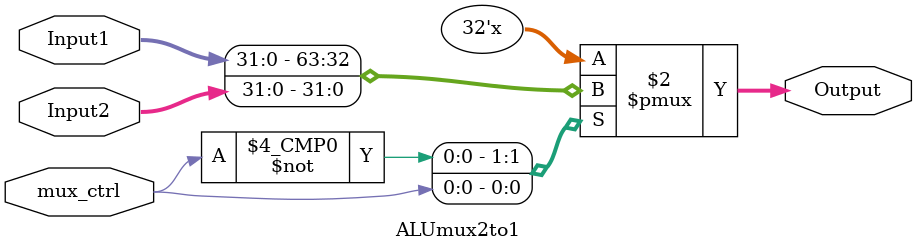
<source format=v>
module ALUmux2to1  ( input mux_ctrl , 
	input signed [31:0] Input1 ,
	input signed [31:0] Input2  , 
	output reg signed [31:0] Output ) ;

always @ ( mux_ctrl or Input1 or Input2)
begin 
  case (mux_ctrl)

0:
begin
Output = Input1 ;
end

1:
begin
Output = Input2 ;
end

endcase 

end

endmodule 
</source>
